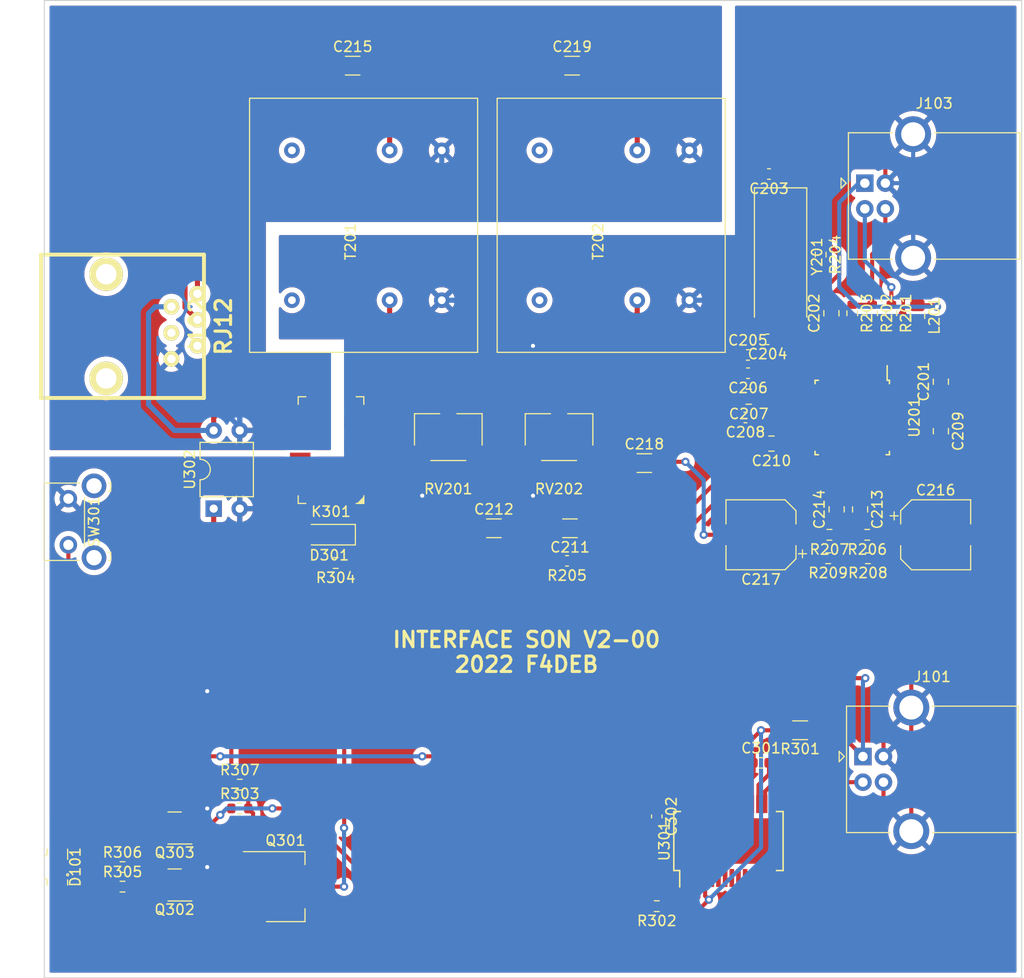
<source format=kicad_pcb>
(kicad_pcb (version 20211014) (generator pcbnew)
  (layers (0 "F.Cu" signal) (31 "B.Cu" signal) (34 "B.Paste" user) (35 "F.Paste" user) (36 "B.SilkS" user "B.Silkscreen") (37 "F.SilkS" user "F.Silkscreen") (38 "B.Mask" user) (39 "F.Mask" user) (44 "Edge.Cuts" user))
  (net 0 "")
  (net 1 "GND")
  (net 2 "Net-(C201-Pad2)")
  (net 3 "Net-(C202-Pad2)")
  (net 4 "Net-(C203-Pad1)")
  (net 5 "Net-(C204-Pad1)")
  (net 6 "Net-(C205-Pad2)")
  (net 7 "Net-(C206-Pad1)")
  (net 8 "Net-(C207-Pad1)")
  (net 9 "Net-(C208-Pad1)")
  (net 10 "Net-(C209-Pad2)")
  (net 11 "Net-(C210-Pad1)")
  (net 12 "Net-(C211-Pad1)")
  (net 13 "Net-(C211-Pad2)")
  (net 14 "Net-(C212-Pad1)")
  (net 15 "Net-(C213-Pad1)")
  (net 16 "Net-(C214-Pad2)")
  (net 17 "/IN")
  (net 18 "Net-(C215-Pad2)")
  (net 19 "Net-(C216-Pad1)")
  (net 20 "Net-(C216-Pad2)")
  (net 21 "Net-(C217-Pad1)")
  (net 22 "Net-(C217-Pad2)")
  (net 23 "Net-(C218-Pad1)")
  (net 24 "/OUT")
  (net 25 "Net-(C219-Pad2)")
  (net 26 "Net-(C301-Pad2)")
  (net 27 "VCC")
  (net 28 "/PTT/LED1")
  (net 29 "/PTT/LED2")
  (net 30 "Net-(D301-Pad1)")
  (net 31 "/PTT/D-")
  (net 32 "/PTT/D+")
  (net 34 "/PTT")
  (net 35 "GNDA")
  (net 37 "/Audio/VBUSA")
  (net 38 "/Audio/D-A")
  (net 39 "/Audio/D+A")
  (net 44 "Net-(Q301-Pad1)")
  (net 45 "Net-(Q301-Pad3)")
  (net 46 "Net-(Q302-Pad3)")
  (net 47 "Net-(Q303-Pad1)")
  (net 48 "Net-(Q303-Pad3)")
  (net 49 "Net-(R201-Pad2)")
  (net 50 "Net-(R202-Pad2)")
  (net 51 "Net-(R205-Pad1)")
  (net 52 "Net-(R304-Pad2)")
  (net 53 "Net-(R307-Pad1)")
  (net 54 "Net-(RV201-Pad2)")
  (net 58 "Net-(RV202-Pad2)")
  (footprint "Package_DIP:DIP-4_W7.62mm" (layer "F.Cu") (at 111.755 100.32 90)
    (fp_text reference "U302")
    (fp_text value "PC817")
  )
  (footprint "Resistor_SMD:R_0603_1608Metric" (layer "F.Cu") (at 177.8 81.28 -90)
    (fp_text reference "R201")
    (fp_text value "22")
  )
  (footprint "f4deb-mod-library:TRANSFO600" (layer "F.Cu") (at 158.115 80.01 90)
    (fp_text reference "T202")
    (fp_text value "TRANSO600")
  )
  (footprint "Capacitor_SMD:C_0603_1608Metric" (layer "F.Cu") (at 165.1 125.095)
    (fp_text reference "C301")
    (fp_text value "100n")
  )
  (footprint "Resistor_SMD:R_0603_1608Metric" (layer "F.Cu") (at 114.3 127.2225)
    (fp_text reference "R307")
    (fp_text value "1k")
  )
  (footprint "Capacitor_SMD:C_0805_2012Metric" (layer "F.Cu") (at 166.116 93.98 180)
    (fp_text reference "C210")
    (fp_text value "1µ")
  )
  (footprint "Capacitor_SMD:C_0805_2012Metric" (layer "F.Cu") (at 171.958 81.28 90)
    (fp_text reference "C202")
    (fp_text value "1µ")
  )
  (footprint "Capacitor_SMD:C_0805_2012Metric" (layer "F.Cu") (at 182.626 87.95 90)
    (fp_text reference "C201")
    (fp_text value "1µ")
  )
  (footprint "f4deb-mod-library:TRANSFO600" (layer "F.Cu") (at 133.985 80.01 90)
    (fp_text reference "T201")
    (fp_text value "TRANSO600")
  )
  (footprint "Capacitor_SMD:C_0603_1608Metric" (layer "F.Cu") (at 163.817 85.344)
    (fp_text reference "C205")
    (fp_text value "100p")
  )
  (footprint "Resistor_SMD:R_0603_1608Metric" (layer "F.Cu") (at 123.65 105.6225 180)
    (fp_text reference "R304")
    (fp_text value "330")
  )
  (footprint "Capacitor_SMD:C_0603_1608Metric" (layer "F.Cu") (at 165.735 83.82 180)
    (fp_text reference "C204")
    (fp_text value "27p")
  )
  (footprint "Potentiometer_SMD:Potentiometer_Bourns_3269W_Vertical" (layer "F.Cu") (at 145.415 93.345 180)
    (fp_text reference "RV202")
    (fp_text value "R-ADJ")
  )
  (footprint "Capacitor_SMD:C_0603_1608Metric" (layer "F.Cu") (at 163.576 91.44 180)
    (fp_text reference "C208")
    (fp_text value "100n")
  )
  (footprint "Capacitor_SMD:C_0805_2012Metric" (layer "F.Cu") (at 163.896 89.408 180)
    (fp_text reference "C207")
    (fp_text value "3µ3")
  )
  (footprint "Capacitor_SMD:C_1206_3216Metric" (layer "F.Cu") (at 146.48 102.235 180)
    (fp_text reference "C211")
    (fp_text value "0.22")
  )
  (footprint "Crystal:Crystal_SMD_HC49-SD" (layer "F.Cu") (at 167.005 75.76 -90)
    (fp_text reference "Y201")
    (fp_text value "6Mhz")
  )
  (footprint "Resistor_SMD:R_0603_1608Metric" (layer "F.Cu") (at 114.3 129.54)
    (fp_text reference "R303")
    (fp_text value "1k")
  )
  (footprint "Relay_SMD:Relay_2P2T_10x6mm_TE_IMxxG" (layer "F.Cu") (at 123.19 94.615 180)
    (fp_text reference "K301")
    (fp_text value "IM03")
  )
  (footprint "Capacitor_SMD:C_0603_1608Metric" (layer "F.Cu") (at 146.19 105.41 180)
    (fp_text reference "R205")
    (fp_text value "NC")
  )
  (footprint "LED_SMD:LED_LiteOn_LTST-S326" (layer "F.Cu") (at 96.52 135.255 180)
    (fp_text reference "D101")
    (fp_text value "LED_Dual_KKA")
  )
  (footprint "Button_Switch_THT:SW_SPST_Omron_B3F-315x_Angled" (layer "F.Cu") (at 97.595 103.850001 90)
    (fp_text reference "SW301")
    (fp_text value "PTT")
  )
  (footprint "Capacitor_SMD:C_0805_2012Metric" (layer "F.Cu") (at 182.626 92.776 -90)
    (fp_text reference "C209")
    (fp_text value "1µ")
  )
  (footprint "Package_TO_SOT_SMD:SOT-23" (layer "F.Cu") (at 107.95 136.9975 180)
    (fp_text reference "Q302")
    (fp_text value "BSS123")
  )
  (footprint "Resistor_SMD:R_0603_1608Metric" (layer "F.Cu") (at 102.87 137.16)
    (fp_text reference "R305")
    (fp_text value "1k")
  )
  (footprint "Resistor_SMD:R_0603_1608Metric" (layer "F.Cu") (at 175.9275 81.28 -90)
    (fp_text reference "R202")
    (fp_text value "22")
  )
  (footprint "Capacitor_SMD:C_0603_1608Metric" (layer "F.Cu") (at 165.87384 67.71 180)
    (fp_text reference "C203")
    (fp_text value "27p")
  )
  (footprint "Resistor_SMD:R_0603_1608Metric" (layer "F.Cu") (at 175.451 102.87 180)
    (fp_text reference "R206")
    (fp_text value "3k3")
  )
  (footprint "Capacitor_SMD:C_1206_3216Metric" (layer "F.Cu") (at 153.725 95.885)
    (fp_text reference "C218")
    (fp_text value "0.22")
  )
  (footprint "Connector_USB:USB_B_OST_USB-B1HSxx_Horizontal" (layer "F.Cu") (at 175.215 68.6)
    (fp_text reference "J103")
    (fp_text value "USB_B")
  )
  (footprint "Resistor_SMD:R_0603_1608Metric" (layer "F.Cu") (at 175.514 105.156 180)
    (fp_text reference "R208")
    (fp_text value "3k3")
  )
  (footprint "Resistor_SMD:R_1206_3216Metric" (layer "F.Cu") (at 168.91 121.92 180)
    (fp_text reference "R301")
    (fp_text value "0")
  )
  (footprint "f4deb-mod-library:RJ12" (layer "F.Cu") (at 110.1725 82.55 -90)
    (fp_text reference "J102")
    (fp_text value "RJ12")
  )
  (footprint "Package_SO:SSOP-28_5.3x10.2mm_P0.65mm" (layer "F.Cu") (at 161.925 132.715 90)
    (fp_text reference "U301")
    (fp_text value "FT232RL")
  )
  (footprint "Resistor_SMD:R_0603_1608Metric" (layer "F.Cu") (at 171.767 102.87 180)
    (fp_text reference "R207")
    (fp_text value "3k3")
  )
  (footprint "Resistor_SMD:R_0603_1608Metric" (layer "F.Cu") (at 173.99 81.28 -90)
    (fp_text reference "R203")
    (fp_text value "1k5")
  )
  (footprint "Capacitor_SMD:C_0805_2012Metric" (layer "F.Cu") (at 172.466 100.392 90)
    (fp_text reference "C214")
    (fp_text value "1µ")
  )
  (footprint "Resistor_SMD:R_0603_1608Metric" (layer "F.Cu") (at 171.641 105.156 180)
    (fp_text reference "R209")
    (fp_text value "3k3")
  )
  (footprint "Capacitor_SMD:C_0603_1608Metric" (layer "F.Cu") (at 163.83 87.122 180)
    (fp_text reference "C206")
    (fp_text value "100p")
  )
  (footprint "Capacitor_SMD:C_0805_2012Metric" (layer "F.Cu") (at 174.752 100.396 -90)
    (fp_text reference "C213")
    (fp_text value "1µ")
  )
  (footprint "Inductor_SMD:L_0805_2012Metric_Pad1.15x1.40mm_HandSolder" (layer "F.Cu") (at 180.34 81.525 -90)
    (fp_text reference "L201")
    (fp_text value "1µH")
  )
  (footprint "Package_TO_SOT_SMD:SOT-223" (layer "F.Cu") (at 118.745 137.16)
    (fp_text reference "Q301")
    (fp_text value "BCP69")
  )
  (footprint "Package_TO_SOT_SMD:SOT-23" (layer "F.Cu") (at 107.95 131.445 180)
    (fp_text reference "Q303")
    (fp_text value "BSS123")
  )
  (footprint "Capacitor_SMD:CP_Elec_6.3x5.9" (layer "F.Cu") (at 182.118 102.87)
    (fp_text reference "C216")
    (fp_text value "100µ")
  )
  (footprint "Package_QFP:TQFP-32_7x7mm_P0.8mm" (layer "F.Cu") (at 173.99 91.44 -90)
    (fp_text reference "U201")
    (fp_text value "PCM2912A")
  )
  (footprint "Resistor_SMD:R_0603_1608Metric" (layer "F.Cu") (at 154.94 139.065 180)
    (fp_text reference "R302")
    (fp_text value "100k")
  )
  (footprint "Capacitor_SMD:C_1206_3216Metric" (layer "F.Cu") (at 125.3 57.15)
    (fp_text reference "C215")
    (fp_text value "0.22")
  )
  (footprint "Potentiometer_SMD:Potentiometer_Bourns_3269W_Vertical" (layer "F.Cu") (at 134.62 93.345 180)
    (fp_text reference "RV201")
    (fp_text value "R-Adj")
  )
  (footprint "Connector_USB:USB_B_OST_USB-B1HSxx_Horizontal" (layer "F.Cu") (at 175.0325 124.48)
    (fp_text reference "J101")
    (fp_text value "USB_B")
  )
  (footprint "Capacitor_SMD:C_1206_3216Metric" (layer "F.Cu") (at 139.065 102.235)
    (fp_text reference "C212")
    (fp_text value "0.22")
  )
  (footprint "Resistor_SMD:R_0603_1608Metric" (layer "F.Cu") (at 102.87 135.255)
    (fp_text reference "R306")
    (fp_text value "1k")
  )
  (footprint "Capacitor_SMD:C_0603_1608Metric" (layer "F.Cu") (at 154.94 130.315 -90)
    (fp_text reference "C302")
    (fp_text value "10n")
  )
  (footprint "Diode_SMD:D_MiniMELF" (layer "F.Cu") (at 123.015 102.86 180)
    (fp_text reference "D301")
    (fp_text value "LL4148")
  )
  (footprint "Capacitor_SMD:C_1206_3216Metric" (layer "F.Cu") (at 146.685 57.15)
    (fp_text reference "C219")
    (fp_text value "0.22")
  )
  (footprint "Capacitor_SMD:CP_Elec_6.3x5.9" (layer "F.Cu") (at 165.094 102.87 180)
    (fp_text reference "C217")
    (fp_text value "100µ")
  )
  (footprint "Resistor_SMD:R_0603_1608Metric" (layer "F.Cu") (at 170.91 75.565 -90)
    (fp_text reference "R204")
    (fp_text value "1M")
  )
  (gr_line (start 95.25 146.05) (end 95.25 50.8) (layer "Edge.Cuts") (width 0.1))
  (gr_line (start 190.5 50.8) (end 190.5 146.05) (layer "Edge.Cuts") (width 0.1))
  (gr_line (start 190.5 146.05) (end 95.25 146.05) (layer "Edge.Cuts") (width 0.1))
  (gr_line (start 95.25 50.8) (end 190.5 50.8) (layer "Edge.Cuts") (width 0.1))
  (gr_text "INTERFACE SON V2-00\n2022 F4DEB" (at 142.24 114.3) (layer "F.SilkS") (effects (font (size 1.5 1.5) (thickness 0.3))))
  (segment (start 164.14 131.135) (end 164.2 131.075) (width 0.4) (layer "F.Cu") (net 1))
  (segment (start 173.59 95.69) (end 173.59 91.878) (width 0.4) (layer "F.Cu") (net 1))
  (segment (start 164.2 125.995) (end 164.2 129.115) (width 0.4) (layer "F.Cu") (net 1))
  (segment (start 106.045 103.505) (end 106.045 113.03) (width 0.5) (layer "F.Cu") (net 1))
  (segment (start 179.7425 119.71) (end 177.5325 121.92) (width 0.4) (layer "F.Cu") (net 1))
  (segment (start 172.466 102.996) (end 172.592 102.87) (width 0.4) (layer "F.Cu") (net 1))
  (segment (start 176.79 87.19) (end 176.79 88.386) (width 0.4) (layer "F.Cu") (net 1))
  (segment (start 106.045 103.505) (end 106.045 108.585) (width 0.5) (layer "F.Cu") (net 1))
  (segment (start 175.895 65.405) (end 166.37 65.405) (width 0.4) (layer "F.Cu") (net 1))
  (segment (start 154.115 139.065) (end 154.115 134.175) (width 0.4) (layer "F.Cu") (net 1))
  (segment (start 110.17 130.495) (end 111.125 129.54) (width 0.4) (layer "F.Cu") (net 1))
  (segment (start 159.65 126.1) (end 160.345 125.405) (width 0.4) (layer "F.Cu") (net 1))
  (segment (start 158.115 80.01) (end 164.82 80.01) (width 0.4) (layer "F.Cu") (net 1))
  (segment (start 164.96 80.15) (end 164.96 67.84884) (width 0.4) (layer "F.Cu") (net 1))
  (segment (start 177.0325 124.48) (end 177.0325 122.4225) (width 0.4) (layer "F.Cu") (net 1))
  (segment (start 162.801 91.44) (end 162.801 93.205) (width 0.4) (layer "F.Cu") (net 1))
  (segment (start 172.466 105.156) (end 172.466 109.728) (width 0.4) (layer "F.Cu") (net 1))
  (segment (start 173.628 91.84) (end 176.638 91.84) (width 0.4) (layer "F.Cu") (net 1))
  (segment (start 162.25 125.405) (end 162.25 129.115) (width 0.4) (layer "F.Cu") (net 1))
  (segment (start 110.3325 136.0475) (end 111.125 135.255) (width 0.4) (layer "F.Cu") (net 1))
  (segment (start 169.74 91.84) (end 172.828 91.84) (width 0.4) (layer "F.Cu") (net 1))
  (segment (start 176.638 91.84) (end 178.24 91.84) (width 0.4) (layer "F.Cu") (net 1))
  (segment (start 171.958 83.566) (end 172.79 84.398) (width 0.4) (layer "F.Cu") (net 1))
  (segment (start 174.752 101.346) (end 174.752 102.744) (width 0.4) (layer "F.Cu") (net 1))
  (segment (start 173.59 91.878) (end 173.628 91.84) (width 0.4) (layer "F.Cu") (net 1))
  (segment (start 174.626 102.87) (end 174.626 105.093) (width 0.4) (layer "F.Cu") (net 1))
  (segment (start 172.828 91.84) (end 173.628 91.84) (width 0.4) (layer "F.Cu") (net 1))
  (segment (start 174.752 102.744) (end 174.626 102.87) (width 0.4) (layer "F.Cu") (net 1))
  (segment (start 164.96 67.84884) (end 165.09884 67.71) (width 0.4) (layer "F.Cu") (net 1))
  (segment (start 162.801 93.205) (end 163.576 93.98) (width 0.4) (layer "F.Cu") (net 1))
  (segment (start 154.94 132.73) (end 155.25 133.04) (width 0.4) (layer "F.Cu") (net 1))
  (segment (start 114.295 98.42) (end 114.29 98.415) (width 0.5) (layer "F.Cu") (net 1))
  (segment (start 182.612 91.84) (end 182.626 91.826) (width 0.4) (layer "F.Cu") (net 1))
  (segment (start 162.25 129.115) (end 162.25 131.12) (width 0.4) (layer "F.Cu") (net 1))
  (segment (start 155.25 133.04) (end 161.6 133.04) (width 0.4) (layer "F.Cu") (net 1))
  (segment (start 164.2 129.115) (end 164.2 131.075) (width 0.4) (layer "F.Cu") (net 1))
  (segment (start 154.94 131.09) (end 154.94 132.73) (width 0.4) (layer "F.Cu") (net 1))
  (segment (start 176.79 88.386) (end 175.514 89.662) (width 0.4) (layer "F.Cu") (net 1))
  (segment (start 114.29 98.415) (end 120.19 98.415) (width 0.5) (layer "F.Cu") (net 1))
  (segment (start 108.595 98.415) (end 114.29 98.415) (width 0.5) (layer "F.Cu") (net 1))
  (segment (start 163.055 87.122) (end 163.055 89.299) (width 0.4) (layer "F.Cu") (net 1))
  (segment (start 106.045 100.965) (end 106.045 103.505) (width 0.5) (layer "F.Cu") (net 1))
  (segment (start 108.8875 136.0475) (end 110.3325 136.0475) (width 0.4) (layer "F.Cu") (net 1))
  (segment (start 176.638 93.834) (end 176.638 91.84) (width 0.4) (layer "F.Cu") (net 1))
  (segment (start 160.345 125.405) (end 162.25 125.405) (width 0.4) (layer "F.Cu") (net 1))
  (segment (start 177.044 94.24) (end 176.638 93.834) (width 0.4) (layer "F.Cu") (net 1))
  (segment (start 132.08 95.76) (end 130.3 95.76) (width 0.5) (layer "F.Cu") (net 1))
  (segment (start 120.19 101.785) (end 121.265 102.86) (width 0.5) (layer "F.Cu") (net 1))
  (segment (start 121.93 98.415) (end 123.19 97.155) (width 0.5) (layer "F.Cu") (net 1))
  (segment (start 172.86 89.662) (end 172.79 89.592) (width 0.4) (layer "F.Cu") (net 1))
  (segment (start 172.466 101.342) (end 173.732 101.342) (width 0.4) (layer "F.Cu") (net 1))
  (segment (start 162.946 91.295) (end 162.801 91.44) (width 0.4) (layer "F.Cu") (net 1))
  (segment (start 114.295 100.32) (end 114.295 98.42) (width 0.5) (layer "F.Cu") (net 1))
  (segment (start 165.735 118.745) (end 162.25 122.23) (width 0.4) (layer "F.Cu") (net 1))
  (segment (start 177.215 68.6) (end 177.215 66.725) (width 0.4) (layer "F.Cu") (net 1))
  (segment (start 166.37 65.405) (end 165.09884 66.67616) (width 0.4) (layer "F.Cu") (net 1))
  (segment (start 178.24 91.84) (end 182.612 91.84) (width 0.4) (layer "F.Cu") (net 1))
  (segment (start 120.19 98.415) (end 120.19 101.785) (width 0.5) (layer "F.Cu") (net 1))
  (segment (start 164.96 83.82) (end 164.96 80.15) (width 0.4) (layer "F.Cu") (net 1))
  (segment (start 123.19 97.155) (end 128.905 97.155) (width 0.5) (layer "F.Cu") (net 1))
  (segment (start 174.626 105.093) (end 174.689 105.156) (width 0.4) (layer "F.Cu") (net 1))
  (segment (start 163.055 89.299) (end 162.946 89.408) (width 0.4) (layer "F.Cu") (net 1))
  (segment (start 163.042 85.344) (end 163.042 87.109) (width 0.4) (layer "F.Cu") (net 1))
  (segment (start 164.82 80.01) (end 164.96 80.15) (width 0.4) (layer "F.Cu") (net 1))
  (segment (start 177.0325 122.4225) (end 176.53 121.92) (width 0.4) (layer "F.Cu") (net 1))
  (segment (start 172.466 109.728) (end 179.7425 117.0045) (width 0.4) (layer "F.Cu") (net 1))
  (segment (start 108.8875 130.495) (end 110.17 130.495) (width 0.4) (layer "F.Cu") (net 1))
  (segment (start 162.25 122.23) (end 162.25 125.405) (width 0.4) (layer "F.Cu") (net 1))
  (segment (start 161.15 80.01) (end 158.115 80.01) (width 0.4) (layer "F.Cu") (net 1))
  (segment (start 154.115 134.175) (end 155.25 133.04) (width 0.4) (layer "F.Cu") (net 1))
  (segment (start 162.25 132.39) (end 161.925 132.715) (width 0.4) (layer "F.Cu") (net 1))
  (segment (start 106.045 100.965) (end 108.595 98.415) (width 0.5) (layer "F.Cu") (net 1))
  (segment (start 173.59 100.222) (end 173.59 101.2) (width 0.4) (layer "F.Cu") (net 1))
  (segment (start 120.19 98.415) (end 121.93 98.415) (width 0.5) (layer "F.Cu") (net 1))
  (segment (start 132.08 95.76) (end 132.08 99.06) (width 0.5) (layer "F.Cu") (net 1))
  (segment (start 97.595 99.350001) (end 99.209999 100.965) (width 0.5) (layer "F.Cu") (net 1))
  (segment (start 172.79 89.592) (end 172.79 91.802) (width 0.4) (layer "F.Cu") (net 1))
  (segment (start 173.59 100.222) (end 173.59 100.75) (width 0.4) (layer "F.Cu") (net 1))
  (segment (start 172.79 91.802) (end 172.828 91.84) (width 0.4) (layer "F.Cu") (net 1))
  (segment (start 162.25 131.12) (end 162.25 131.135) (width 0.4) (layer "F.Cu") (net 1))
  (segment (start 179.7425 117.0045) (end 179.7425 119.71) (width 0.4) (layer "F.Cu") (net 1))
  (segment (start 163.576 93.98) (end 165.166 93.98) (width 0.4) (layer "F.Cu") (net 1))
  (segment (start 164.325 125.095) (end 164.325 125.87) (width 0.4) (layer "F.Cu") (net 1))
  (segment (start 179.7425 131.75) (end 179.7425 119.71) (width 0.4) (layer "F.Cu") (net 1))
  (segment (start 162.946 89.408) (end 162.946 91.295) (width 0.4) (layer "F.Cu") (net 1))
  (segment (start 166.732 91.84) (end 165.166 93.406) (width 0.4) (layer "F.Cu") (net 1))
  (segment (start 142.875 95.76) (end 142.875 84.455) (width 0.5) (layer "F.Cu") (net 1))
  (segment (start 159.65 129.115) (end 159.65 126.1) (width 0.4) (layer "F.Cu") (net 1))
  (segment (start 182.626 91.826) (end 182.626 88.9) (width 0.4) (layer "F.Cu") (net 1))
  (segment (start 172.466 102.744) (end 172.592 102.87) (width 0.4) (layer "F.Cu") (net 1))
  (segment (start 161.6 133.04) (end 161.925 132.715) (width 0.4) (layer "F.Cu") (net 1))
  (segment (start 173.732 101.342) (end 174.748 101.342) (width 0.4) (layer "F.Cu") (net 1))
  (segment (start 172.79 87.19) (end 172.79 89.592) (width 0.4) (layer "F.Cu") (net 1))
  (segment (start 174.748 101.342) (end 174.752 101.346) (width 0.4) (layer "F.Cu") (net 1))
  (segment (start 172.466 105.156) (end 172.466 102.996) (width 0.4) (layer "F.Cu") (net 1))
  (segment (start 130.3 95.76) (end 128.905 97.155) (width 0.5) (layer "F.Cu") (net 1))
  (segment (start 177.5325 121.92) (end 176.53 121.92) (width 0.4) (layer "F.Cu") (net 1))
  (segment (start 106.045 113.03) (end 111.125 118.11) (width 0.5) (layer "F.Cu") (net 1))
  (segment (start 175.514 89.662) (end 172.86 89.662) (width 0.4) (layer "F.Cu") (net 1))
  (segment (start 172.79 84.398) (end 172.79 87.19) (width 0.4) (layer "F.Cu") (net 1))
  (segment (start 177.215 66.725) (end 175.895 65.405) (width 0.4) (layer "F.Cu") (net 1))
  (segment (start 173.59 95.69) (end 173.59 100.222) (width 0.4) (layer "F.Cu") (net 1))
  (segment (start 171.958 82.23) (end 171.958 83.566) (width 0.4) (layer "F.Cu") (net 1))
  (segment (start 162.25 131.12) (end 162.25 132.39) (width 0.4) (layer "F.Cu") (net 1))
  (segment (start 161.6 136.315) (end 161.6 133.04) (width 0.4) (layer "F.Cu") (net 1))
  (segment (start 164.96 83.82) (end 163.576 83.82) (width 0.4) (layer "F.Cu") (net 1))
  (segment (start 164.325 125.87) (end 164.2 125.995) (width 0.4) (layer "F.Cu") (net 1))
  (segment (start 165.166 93.406) (end 165.166 93.98) (width 0.4) (layer "F.Cu") (net 1))
  (segment (start 173.355 118.745) (end 165.735 118.745) (width 0.4) (layer "F.Cu") (net 1))
  (segment (start 165.09884 66.67616) (end 165.09884 67.71) (width 0.4) (layer "F.Cu") (net 1))
  (segment (start 163.042 87.109) (end 163.055 87.122) (width 0.4) (layer "F.Cu") (net 1))
  (segment (start 163.576 83.82) (end 163.042 84.354) (width 0.4) (layer "F.Cu") (net 1))
  (segment (start 162.25 131.135) (end 164.14 131.135) (width 0.4) (layer "F.Cu") (net 1))
  (segment (start 142.875 99.06) (end 142.875 95.76) (width 0.5) (layer "F.Cu") (net 1))
  (segment (start 169.74 91.84) (end 166.732 91.84) (width 0.4) (layer "F.Cu") (net 1))
  (segment (start 163.042 84.354) (end 163.042 85.344) (width 0.4) (layer "F.Cu") (net 1))
  (segment (start 178.24 94.24) (end 177.044 94.24) (width 0.4) (layer "F.Cu") (net 1))
  (segment (start 99.209999 100.965) (end 106.045 100.965) (width 0.5) (layer "F.Cu") (net 1))
  (segment (start 176.53 121.92) (end 173.355 118.745) (width 0.4) (layer "F.Cu") (net 1))
  (segment (start 117.485 98.415) (end 120.19 98.415) (width 0.5) (layer "F.Cu") (net 1))
  (segment (start 172.466 101.342) (end 172.466 102.744) (width 0.4) (layer "F.Cu") (net 1))
  (via (at 111.125 118.11) (size 0.8) (drill 0.4) (layers "F.Cu" "B.Cu") (net 1))
  (via (at 111.125 135.255) (size 0.8) (drill 0.4) (layers "F.Cu" "B.Cu") (net 1))
  (via (at 132.08 99.06) (size 0.8) (drill 0.4) (layers "F.Cu" "B.Cu") (net 1))
  (via (at 142.875 84.455) (size 0.8) (drill 0.4) (layers "F.Cu" "B.Cu") (net 1))
  (via (at 142.875 99.06) (size 0.8) (drill 0.4) (layers "F.Cu" "B.Cu") (net 1))
  (via (at 111.125 129.54) (size 0.8) (drill 0.4) (layers "F.Cu" "B.Cu") (net 1))
  (segment (start 139.7 84.455) (end 153.67 84.455) (width 0.5) (layer "B.Cu") (net 1))
  (segment (start 162.56 80.01) (end 158.115 80.01) (width 0.5) (layer "B.Cu") (net 1))
  (segment (start 111.125 129.54) (end 111.125 118.11) (width 0.4) (layer "B.Cu") (net 1))
  (segment (start 153.67 84.455) (end 158.115 80.01) (width 0.5) (layer "B.Cu") (net 1))
  (segment (start 162.56 80.01) (end 165.735 80.01) (width 0.5) (layer "B.Cu") (net 1))
  (segment (start 179.925 75.87) (end 179.925 68.8) (width 0.4) (layer "B.Cu") (net 1))
  (segment (start 179.925 68.8) (end 179.725 68.6) (width 0.4) (layer "B.Cu") (net 1))
  (segment (start 166.37 79.375) (end 169.875 75.87) (width 0.5) (layer "B.Cu") (net 1))
  (segment (start 111.125 135.255) (end 111.125 129.54) (width 0.4) (layer "B.Cu") (net 1))
  (segment (start 132.08 99.06) (end 142.875 99.06) (width 0.5) (layer "B.Cu") (net 1))
  (segment (start 133.985 80.01) (end 135.255 80.01) (width 0.5) (layer "B.Cu") (net 1))
  (segment (start 135.255 80.01) (end 139.7 84.455) (width 0.5) (layer "B.Cu") (net 1))
  (segment (start 165.735 80.01) (end 166.37 79.375) (width 0.5) (layer "B.Cu") (net 1))
  (segment (start 179.725 68.6) (end 177.215 68.6) (width 0.4) (layer "B.Cu") (net 1))
  (segment (start 179.925 63.83) (end 179.925 75.87) (width 0.4) (layer "B.Cu") (net 1))
  (segment (start 177.8 83.82) (end 179.705 83.82) (width 0.4) (layer "F.Cu") (net 2))
  (segment (start 182.626 87) (end 182.626 86.614) (width 0.4) (layer "F.Cu") (net 2))
  (segment (start 175.99 85.63) (end 177.8 83.82) (width 0.4) (layer "F.Cu") (net 2))
  (segment (start 175.99 87.19) (end 175.99 85.63) (width 0.4) (layer "F.Cu") (net 2))
  (segment (start 179.7685 83.7565) (end 180.34 83.185) (width 0.4) (layer "F.Cu") (net 2))
  (segment (start 179.705 83.82) (end 179.7685 83.7565) (width 0.4) (layer "F.Cu") (net 2))
  (segment (start 180.34 83.185) (end 180.34 82.55) (width 0.4) (layer "F.Cu") (net 2))
  (segment (start 182.626 86.614) (end 179.7685 83.7565) (width 0.4) (layer "F.Cu") (net 2))
  (segment (start 173.59 87.19) (end 173.59 83.585) (width 0.4) (layer "F.Cu") (net 3))
  (segment (start 172.215 80.33) (end 173.99 82.105) (width 0.4) (layer "F.Cu") (net 3))
  (segment (start 173.99 82.105) (end 173.99 83.185) (width 0.4) (layer "F.Cu") (net 3))
  (segment (start 171.958 80.33) (end 172.215 80.33) (width 0.4) (layer "F.Cu") (net 3))
  (segment (start 173.59 83.585) (end 173.99 83.185) (width 0.4) (layer "F.Cu") (net 3))
  (segment (start 171.99 84.868) (end 170.434 83.312) (width 0.4) (layer "F.Cu") (net 4))
  (segment (start 172.72 75.565) (end 171.895 74.74) (width 0.4) (layer "F.Cu") (net 4))
  (segment (start 168.665 71.51) (end 167.005 71.51) (width 0.4) (layer "F.Cu") (net 4))
  (segment (start 170.434 83.312) (end 170.434 79.756) (width 0.4) (layer "F.Cu") (net 4))
  (segment (start 167.005 71.51) (end 167.005 68.06616) (width 0.4) (layer "F.Cu") (net 4))
  (segment (start 167.005 68.06616) (end 166.64884 67.71) (width 0.4) (layer "F.Cu") (net 4))
  (segment (start 170.91 74.74) (end 170.91 73.755) (width 0.4) (layer "F.Cu") (net 4))
  (segment (start 171.895 74.74) (end 170.91 74.74) (width 0.4) (layer "F.Cu") (net 4))
  (segment (start 170.434 79.756) (end 172.72 77.47) (width 0.4) (layer "F.Cu") (net 4))
  (segment (start 170.91 73.755) (end 168.665 71.51) (width 0.4) (layer "F.Cu") (net 4))
  (segment (start 172.72 77.47) (end 172.72 75.565) (width 0.4) (layer "F.Cu") (net 4))
  (segment (start 171.99 87.19) (end 171.99 84.868) (width 0.4) (layer "F.Cu") (net 4))
  (segment (start 171.19 87.19) (end 171.19 86.1) (width 0.4) (layer "F.Cu") (net 5))
  (segment (start 168.91 83.82) (end 166.51 83.82) (width 0.4) (layer "F.Cu") (net 5))
  (segment (start 170.625 76.39) (end 170.91 76.39) (width 0.4) (layer "F.Cu") (net 5))
  (segment (start 167.005 80.01) (end 170.625 76.39) (width 0.4) (layer "F.Cu") (net 5))
  (segment (start 171.19 86.1) (end 168.91 83.82) (width 0.4) (layer "F.Cu") (net 5))
  (segment (start 167.005 80.01) (end 167.005 83.325) (width 0.4) (layer "F.Cu") (net 5))
  (segment (start 167.005 83.325) (end 166.51 83.82) (width 0.4) (layer "F.Cu") (net 5))
  (segment (start 165.1 85.344) (end 164.592 85.344) (width 0.4) (layer "F.Cu") (net 6))
  (segment (start 168.396 88.64) (end 165.1 85.344) (width 0.4) (layer "F.Cu") (net 6))
  (segment (start 169.74 88.64) (end 168.396 88.64) (width 0.4) (layer "F.Cu") (net 6))
  (segment (start 169.74 89.44) (end 166.923 89.44) (width 0.4) (layer "F.Cu") (net 7))
  (segment (start 166.923 89.44) (end 164.605 87.122) (width 0.4) (layer "F.Cu") (net 7))
  (segment (start 169.74 90.24) (end 165.678 90.24) (width 0.4) (layer "F.Cu") (net 8))
  (segment (start 165.678 90.24) (end 164.846 89.408) (width 0.4) (layer "F.Cu") (net 8))
  (segment (start 169.74 91.04) (end 166.262 91.04) (width 0.4) (layer "F.Cu") (net 9))
  (segment (start 165.862 91.44) (end 164.351 91.44) (width 0.4) (layer "F.Cu") (net 9))
  (segment (start 166.262 91.04) (end 165.862 91.44) (width 0.4) (layer "F.Cu") (net 9))
  (segment (start 180.34 92.964) (end 180.34 93.726) (width 0.4) (layer "F.Cu") (net 10))
  (segment (start 178.24 92.64) (end 180.016 92.64) (width 0.4) (layer "F.Cu") (net 10))
  (segment (start 176.79 95.69) (end 176.79 97.276) (width 0.4) (layer "F.Cu") (net 10))
  (segment (start 176.79 97.276) (end 176.53 97.536) (width 0.4) (layer "F.Cu") (net 10))
  (segment (start 180.34 96.52) (end 179.324 97.536) (width 0.4) (layer "F.Cu") (net 10))
  (segment (start 180.016 92.64) (end 180.34 92.964) (width 0.4) (layer "F.Cu") (net 10))
  (segment (start 179.324 97.536) (end 176.53 97.536) (width 0.4) (layer "F.Cu") (net 10))
  (segment (start 182.626 93.726) (end 180.34 93.726) (width 0.4) (layer "F.Cu") (net 10))
  (segment (start 176.53 97.536) (end 175.99 96.996) (width 0.4) (layer "F.Cu") (net 10))
  (segment (start 178.24 93.44) (end 179.864 93.44) (width 0.4) (layer "F.Cu") (net 10))
  (segment (start 175.99 96.996) (end 175.99 95.69) (width 0.4) (layer "F.Cu") (net 10))
  (segment (start 179.864 93.44) (end 180.34 92.964) (width 0.4) (layer "F.Cu") (net 10))
  (segment (start 180.34 93.726) (end 180.34 96.52) (width 0.4) (layer "F.Cu") (net 10))
  (segment (start 169.74 93.44) (end 167.606 93.44) (width 0.4) (layer "F.Cu") (net 11))
  (segment (start 167.606 93.44) (end 167.066 93.98) (width 0.4) (layer "F.Cu") (net 11))
  (segment (start 169.74 94.24) (end 168.904 94.24) (width 0.4) (layer "F.Cu") (net 12))
  (segment (start 156.21 102.235) (end 147.955 102.235) (width 0.4) (layer "F.Cu") (net 12))
  (segment (start 166.9415 96.2025) (end 162.2425 96.2025) (width 0.4) (layer "F.Cu") (net 12))
  (segment (start 168.904 94.24) (end 166.9415 96.2025) (width 0.4) (layer "F.Cu") (net 12))
  (segment (start 162.2425 96.2025) (end 156.21 102.235) (width 0.4) (layer "F.Cu") (net 12))
  (segment (start 145.005 102.235) (end 145.005 105) (width 0.4) (layer "F.Cu") (net 13))
  (segment (start 145.005 102.235) (end 140.54 102.235) (width 0.4) (layer "F.Cu") (net 13))
  (segment (start 145.005 105) (end 145.415 105.41) (width 0.4) (layer "F.Cu") (net 13))
  (segment (start 137.16 95.76) (end 137.16 101.805) (width 0.4) (layer "F.Cu") (net 14))
  (segment (start 137.16 101.805) (end 137.59 102.235) (width 0.4) (layer "F.Cu") (net 14))
  (segment (start 174.752 99.446) (end 174.752 98.552) (width 0.4) (layer "F.Cu") (net 15))
  (segment (start 174.752 98.552) (end 174.39 98.19) (width 0.4) (layer "F.Cu") (net 15))
  (segment (start 174.39 95.69) (end 174.39 98.19) (width 0.4) (layer "F.Cu") (net 15))
  (segment (start 172.466 98.679) (end 172.79 98.355) (width 0.4) (layer "F.Cu") (net 16))
  (segment (start 172.466 99.442) (end 172.466 98.679) (width 0.4) (layer "F.Cu") (net 16))
  (segment (start 172.79 95.69) (end 172.79 98.355) (width 0.4) (layer "F.Cu") (net 16))
  (segment (start 119.38 57.15) (end 123.825 57.15) (width 0.5) (layer "F.Cu") (net 17))
  (segment (start 119.38 57.15) (end 110.1725 66.3575) (width 0.5) (layer "F.Cu") (net 17))
  (segment (start 110.1725 66.3575) (end 110.1725 79.375) (width 0.5) (layer "F.Cu") (net 17))
  (segment (start 128.905 59.28) (end 126.775 57.15) (width 0.5) (layer "F.Cu") (net 18))
  (segment (start 128.905 65.405) (end 128.905 59.28) (width 0.5) (layer "F.Cu") (net 18))
  (segment (start 176.276 98.806) (end 175.19 97.72) (width 0.4) (layer "F.Cu") (net 19))
  (segment (start 176.276 102.87) (end 179.318 102.87) (width 0.4) (layer "F.Cu") (net 19))
  (segment (start 175.19 97.72) (end 175.19 95.69) (width 0.4) (layer "F.Cu") (net 19))
  (segment (start 176.276 102.87) (end 176.276 98.806) (width 0.4) (layer "F.Cu") (net 19))
  (segment (start 176.339 105.156) (end 183.896 105.156) (width 0.4) (layer "F.Cu") (net 20))
  (segment (start 183.896 105.156) (end 184.918 104.134) (width 0.4) (layer "F.Cu") (net 20))
  (segment (start 184.918 104.134) (end 184.918 102.87) (width 0.4) (layer "F.Cu") (net 20))
  (segment (start 170.942 98.806) (end 170.942 102.87) (width 0.4) (layer "F.Cu") (net 21))
  (segment (start 167.894 102.87) (end 170.942 102.87) (width 0.4) (layer "F.Cu") (net 21))
  (segment (start 171.99 95.69) (end 171.99 97.758) (width 0.4) (layer "F.Cu") (net 21))
  (segment (start 171.99 97.758) (end 170.942 98.806) (width 0.4) (layer "F.Cu") (net 21))
  (segment (start 170.816 105.156) (end 163.322 105.156) (width 0.4) (layer "F.Cu") (net 22))
  (segment (start 163.322 105.156) (end 162.294 104.128) (width 0.4) (layer "F.Cu") (net 22))
  (segment (start 162.294 102.87) (end 159.512 102.87) (width 0.4) (layer "F.Cu") (net 22))
  (segment (start 157.734 95.758) (end 155.327 95.758) (width 0.4) (layer "F.Cu") (net 22))
  (segment (start 162.294 104.128) (end 162.294 102.87) (width 0.4) (layer "F.Cu") (net 22))
  (segment (start 155.327 95.758) (end 155.2 95.885) (width 0.4) (layer "F.Cu") (net 22))
  (via (at 157.734 95.758) (size 0.8) (drill 0.4) (layers "F.Cu" "B.Cu") (net 22))
  (via (at 159.512 102.87) (size 0.8) (drill 0.4) (layers "F.Cu" "B.Cu") (net 22))
  (segment (start 159.512 97.536) (end 157.734 95.758) (width 0.4) (layer "B.Cu") (net 22))
  (segment (start 159.512 102.87) (end 159.512 97.536) (width 0.4) (layer "B.Cu") (net 22))
  (segment (start 152.125 95.76) (end 152.25 95.885) (width 0.4) (layer "F.Cu") (net 23))
  (segment (start 147.955 95.76) (end 152.125 95.76) (width 0.4) (layer "F.Cu") (net 23))
  (segment (start 133.35 53.975) (end 118.745 53.975) (width 0.5) (layer "F.Cu") (net 24))
  (segment (start 136.525 57.15) (end 145.21 57.15) (width 0.5) (layer "F.Cu") (net 24))
  (segment (start 136.525 57.15) (end 133.35 53.975) (width 0.5) (layer "F.Cu") (net 24))
  (segment (start 118.745 53.975) (end 108.9605 63.7595) (width 0.5) (layer "F.Cu") (net 24))
  (segment (start 108.9605 63.7595) (end 108.9605 80.703) (width 0.5) (layer "F.Cu") (net 24))
  (segment (start 108.9605 80.703) (end 110.1725 81.915) (width 0.5) (layer "F.Cu") (net 24))
  (segment (start 153.035 62.025) (end 148.16 57.15) (width 0.5) (layer "F.Cu") (net 25))
  (segment (start 153.035 65.405) (end 153.035 62.025) (width 0.5) (layer "F.Cu") (net 25))
  (segment (start 165.875 126.225) (end 164.85 127.25) (width 0.4) (layer "F.Cu") (net 26))
  (segment (start 165.875 125.095) (end 165.875 126.225) (width 0.4) (layer "F.Cu") (net 26))
  (segment (start 164.85 127.25) (end 164.85 129.115) (width 0.4) (layer "F.Cu") (net 26))
  (segment (start 156.845 124.46) (end 162.56 118.745) (width 0.4) (layer "F.Cu") (net 27))
  (segment (start 170.3725 121.92) (end 172.4725 121.92) (width 0.4) (layer "F.Cu") (net 27))
  (segment (start 154.94 129.54) (end 154.94 124.46) (width 0.4) (layer "F.Cu") (net 27))
  (segment (start 96.52 130.81) (end 102.87 124.46) (width 0.4) (layer "F.Cu") (net 27))
  (segment (start 102.87 124.46) (end 112.395 124.46) (width 0.4) (layer "F.Cu") (net 27))
  (segment (start 96.52 133.88) (end 96.52 130.81) (width 0.4) (layer "F.Cu") (net 27))
  (segment (start 154.94 124.46) (end 156.845 124.46) (width 0.4) (layer "F.Cu") (net 27))
  (segment (start 162.56 118.745) (end 164.465 116.84) (width 0.4) (layer "F.Cu") (net 27))
  (segment (start 164.465 116.84) (end 175.26 116.84) (width 0.4) (layer "F.Cu") (net 27))
  (segment (start 132.08 124.46) (end 154.94 124.46) (width 0.4) (layer "F.Cu") (net 27))
  (segment (start 172.4725 121.92) (end 175.0325 124.48) (width 0.4) (layer "F.Cu") (net 27))
  (via (at 175.26 116.84) (size 0.8) (drill 0.4) (layers "F.Cu" "B.Cu") (net 27))
  (via (at 132.08 124.46) (size 0.8) (drill 0.4) (layers "F.Cu" "B.Cu") (net 27))
  (via (at 112.395 124.46) (size 0.8) (drill 0.4) (layers "F.Cu" "B.Cu") (net 27))
  (segment (start 112.395 124.46) (end 132.08 124.46) (width 0.4) (layer "B.Cu") (net 27))
  (segment (start 175.0325 117.0675) (end 175.0325 124.48) (width 0.4) (layer "B.Cu") (net 27))
  (segment (start 175.26 116.84) (end 175.0325 117.0675) (width 0.4) (layer "B.Cu") (net 27))
  (segment (start 99.06 137.16) (end 98.53 136.63) (width 0.4) (layer "F.Cu") (net 28))
  (segment (start 98.53 136.63) (end 96.52 136.63) (width 0.4) (layer "F.Cu") (net 28))
  (segment (start 102.045 137.16) (end 99.06 137.16) (width 0.4) (layer "F.Cu") (net 28))
  (segment (start 97.17 135.255) (end 102.045 135.255) (width 0.4) (layer "F.Cu") (net 29))
  (segment (start 126.19 98.415) (end 124.92 98.415) (width 0.5) (layer "F.Cu") (net 30))
  (segment (start 111.6075 137.9475) (end 112.395 137.16) (width 0.4) (layer "F.Cu") (net 30))
  (segment (start 115.595 137.16) (end 121.895 137.16) (width 0.4) (layer "F.Cu") (net 30))
  (segment (start 112.395 137.16) (end 115.595 137.16) (width 0.4) (layer "F.Cu") (net 30))
  (segment (start 124.92 98.415) (end 124.765 98.57) (width 0.5) (layer "F.Cu") (net 30))
  (segment (start 108.8875 137.9475) (end 111.6075 137.9475) (width 0.4) (layer "F.Cu") (net 30))
  (segment (start 124.765 102.86) (end 124.765 105.3325) (width 0.5) (layer "F.Cu") (net 30))
  (segment (start 124.765 98.57) (end 124.765 102.86) (width 0.5) (layer "F.Cu") (net 30))
  (segment (start 124.475 131.43) (end 124.46 131.445) (width 0.4) (layer "F.Cu") (net 30))
  (segment (start 124.765 105.3325) (end 124.475 105.6225) (width 0.5) (layer "F.Cu") (net 30))
  (segment (start 121.895 137.16) (end 124.46 137.16) (width 0.4) (layer "F.Cu") (net 30))
  (segment (start 124.475 105.6225) (end 124.475 131.43) (width 0.4) (layer "F.Cu") (net 30))
  (via (at 124.46 137.16) (size 0.8) (drill 0.4) (layers "F.Cu" "B.Cu") (net 30))
  (via (at 124.46 131.445) (size 0.8) (drill 0.4) (layers "F.Cu" "B.Cu") (net 30))
  (segment (start 124.46 131.445) (end 124.46 137.16) (width 0.4) (layer "B.Cu") (net 30))
  (segment (start 175.0325 126.98) (end 166.39 126.98) (width 0.4) (layer "F.Cu") (net 31))
  (segment (start 165.5 127.87) (end 165.5 129.115) (width 0.4) (layer "F.Cu") (net 31))
  (segment (start 166.39 126.98) (end 165.5 127.87) (width 0.4) (layer "F.Cu") (net 31))
  (segment (start 176.32 129.115) (end 177.0325 128.4025) (width 0.4) (layer "F.Cu") (net 32))
  (segment (start 177.0325 128.4025) (end 177.0325 126.98) (width 0.4) (layer "F.Cu") (net 32))
  (segment (start 166.15 129.115) (end 176.32 129.115) (width 0.4) (layer "F.Cu") (net 32))
  (segment (start 112.385 90.815) (end 111.755 91.445) (width 0.5) (layer "F.Cu") (net 34))
  (segment (start 120.19 90.815) (end 112.385 90.815) (width 0.5) (layer "F.Cu") (net 34))
  (segment (start 111.755 91.445) (end 111.755 92.7) (width 0.5) (layer "F.Cu") (net 34))
  (segment (start 105.41 81.28) (end 106.045 80.645) (width 0.5) (layer "B.Cu") (net 34))
  (segment (start 111.755 92.7) (end 107.94 92.7) (width 0.5) (layer "B.Cu") (net 34))
  (segment (start 106.045 80.645) (end 107.6325 80.645) (width 0.5) (layer "B.Cu") (net 34))
  (segment (start 107.94 92.7) (end 105.41 90.17) (width 0.5) (layer "B.Cu") (net 34))
  (segment (start 105.41 90.17) (end 105.41 81.28) (width 0.5) (layer "B.Cu") (net 34))
  (segment (start 117.78 93.015) (end 120.19 93.015) (width 0.5) (layer "F.Cu") (net 35))
  (segment (start 117.465 92.7) (end 117.78 93.015) (width 0.5) (layer "F.Cu") (net 35))
  (segment (start 114.295 92.7) (end 117.465 92.7) (width 0.5) (layer "F.Cu") (net 35))
  (segment (start 133.985 67.945) (end 130.81 71.12) (width 0.5) (layer "B.Cu") (net 35))
  (segment (start 133.985 65.405) (end 133.985 67.945) (width 0.5) (layer "B.Cu") (net 35))
  (segment (start 133.985 65.405) (end 137.16 68.58) (width 0.5) (layer "B.Cu") (net 35))
  (segment (start 137.16 68.58) (end 154.94 68.58) (width 0.5) (layer "B.Cu") (net 35))
  (segment (start 114.295 92.3875) (end 114.295 92.7) (width 0.5) (layer "B.Cu") (net 35))
  (segment (start 107.6325 85.725) (end 114.295 92.3875) (width 0.5) (layer "B.Cu") (net 35))
  (segment (start 114.295 76.205) (end 114.295 92.7) (width 0.5) (layer "B.Cu") (net 35))
  (segment (start 154.94 68.58) (end 158.115 65.405) (width 0.5) (layer "B.Cu") (net 35))
  (segment (start 114.3 76.2) (end 114.295 76.205) (width 0.5) (layer "B.Cu") (net 35))
  (segment (start 130.81 71.12) (end 115.57 71.12) (width 0.5) (layer "B.Cu") (net 35))
  (segment (start 114.3 72.39) (end 114.3 76.2) (width 0.5) (layer "B.Cu") (net 35))
  (segment (start 115.57 71.12) (end 114.3 72.39) (width 0.5) (layer "B.Cu") (net 35))
  (segment (start 180.34 80.5) (end 182.1 80.5) (width 0.4) (layer "F.Cu") (net 37))
  (segment (start 182.1 80.5) (end 182.245 80.645) (width 0.4) (layer "F.Cu") (net 37))
  (via (at 182.245 80.645) (size 0.8) (drill 0.4) (layers "F.Cu" "B.Cu") (net 37))
  (segment (start 182.245 80.645) (end 174.625 80.645) (width 0.4) (layer "B.Cu") (net 37))
  (segment (start 172.72 70.485) (end 174.605 68.6) (width 0.4) (layer "B.Cu") (net 37))
  (segment (start 174.625 80.645) (end 172.72 78.74) (width 0.4) (layer "B.Cu") (net 37))
  (segment (start 174.605 68.6) (end 175.215 68.6) (width 0.4) (layer "B.Cu") (net 37))
  (segment (start 172.72 78.74) (end 172.72 70.485) (width 0.4) (layer "B.Cu") (net 37))
  (segment (start 177.8 78.74) (end 177.8 80.455) (width 0.4) (layer "F.Cu") (net 38))
  (via (at 177.8 78.74) (size 0.8) (drill 0.4) (layers "F.Cu" "B.Cu") (net 38))
  (segment (start 175.215 71.1) (end 175.215 76.155) (width 0.4) (layer "B.Cu") (net 38))
  (segment (start 175.215 76.155) (end 177.8 78.74) (width 0.4) (layer "B.Cu") (net 38))
  (segment (start 175.9275 75.5325) (end 175.9275 80.455) (width 0.4) (layer "F.Cu") (net 39))
  (segment (start 177.215 71.1) (end 177.215 74.245) (width 0.4) (layer "F.Cu") (net 39))
  (segment (start 175.9275 80.455) (end 173.99 80.455) (width 0.4) (layer "F.Cu") (net 39))
  (segment (start 177.215 74.245) (end 175.9275 75.5325) (width 0.4) (layer "F.Cu") (net 39))
  (segment (start 115.125 127.2225) (end 115.125 129.54) (width 0.4) (layer "F.Cu") (net 44))
  (segment (start 115.595 130.01) (end 115.595 134.86) (width 0.4) (layer "F.Cu") (net 44))
  (segment (start 115.125 129.54) (end 115.595 130.01) (width 0.4) (layer "F.Cu") (net 44))
  (segment (start 162.9 124.12) (end 162.9 129.115) (width 0.4) (layer "F.Cu") (net 45))
  (segment (start 116.205 141.605) (end 156.845 141.605) (width 0.4) (layer "F.Cu") (net 45))
  (segment (start 165.1 121.92) (end 162.9 124.12) (width 0.4) (layer "F.Cu") (net 45))
  (segment (start 115.595 139.46) (end 115.595 140.995) (width 0.4) (layer "F.Cu") (net 45))
  (segment (start 159.65 136.315) (end 159.65 138.06) (width 0.4) (layer "F.Cu") (net 45))
  (segment (start 115.595 140.995) (end 116.205 141.605) (width 0.4) (layer "F.Cu") (net 45))
  (segment (start 156.845 141.605) (end 160.02 138.43) (width 0.4) (layer "F.Cu") (net 45))
  (segment (start 159.65 138.06) (end 160.02 138.43) (width 0.4) (layer "F.Cu") (net 45))
  (segment (start 167.4475 121.92) (end 165.1 121.92) (width 0.4) (layer "F.Cu") (net 45))
  (via (at 165.1 121.92) (size 0.8) (drill 0.4) (layers "F.Cu" "B.Cu") (net 45))
  (via (at 160.02 138.43) (size 0.8) (drill 0.4) (layers "F.Cu" "B.Cu") (net 45))
  (segment (start 160.02 138.43) (end 165.1 133.35) (width 0.4) (layer "B.Cu") (net 45))
  (segment (start 165.1 133.35) (end 165.1 121.92) (width 0.4) (layer "B.Cu") (net 45))
  (segment (start 107.0125 136.9975) (end 103.8575 136.9975) (width 0.4) (layer "F.Cu") (net 46))
  (segment (start 103.8575 136.9975) (end 103.695 137.16) (width 0.4) (layer "F.Cu") (net 46))
  (segment (start 130.81 140.335) (end 121.285 130.81) (width 0.4) (layer "F.Cu") (net 47))
  (segment (start 110.175 132.395) (end 113.03 129.54) (width 0.4) (layer "F.Cu") (net 47))
  (segment (start 155.765 139.065) (end 155.765 139.51) (width 0.4) (layer "F.Cu") (net 47))
  (segment (start 155.765 140.145) (end 155.575 140.335) (width 0.4) (layer "F.Cu") (net 47))
  (segment (start 120.015 129.54) (end 117.475 129.54) (width 0.4) (layer "F.Cu") (net 47))
  (segment (start 155.765 139.51) (end 155.765 140.145) (width 0.4) (layer "F.Cu") (net 47))
  (segment (start 134.62 140.335) (end 130.81 140.335) (width 0.4) (layer "F.Cu") (net 47))
  (segment (start 150.495 140.335) (end 134.62 140.335) (width 0.4) (layer "F.Cu") (net 47))
  (segment (start 159 136.315) (end 159 138.18) (width 0.4) (layer "F.Cu") (net 47))
  (segment (start 159 138.18) (end 158.115 139.065) (width 0.4) (layer "F.Cu") (net 47))
  (segment (start 108.8875 132.395) (end 110.175 132.395) (width 0.4) (layer "F.Cu") (net 47))
  (segment (start 113.03 129.54) (end 113.475 129.54) (width 0.4) (layer "F.Cu") (net 47))
  (segment (start 121.285 130.81) (end 120.015 129.54) (width 0.4) (layer "F.Cu") (net 47))
  (segment (start 158.115 139.065) (end 155.765 139.065) (width 0.4) (layer "F.Cu") (net 47))
  (segment (start 155.575 140.335) (end 150.495 140.335) (width 0.4) (layer "F.Cu") (net 47))
  (via (at 117.475 129.54) (size 0.8) (drill 0.4) (layers "F.Cu" "B.Cu") (net 47))
  (via (at 112.395 130.175) (size 0.8) (drill 0.4) (layers "F.Cu" "B.Cu") (net 47))
  (segment (start 113.03 129.54) (end 112.395 130.175) (width 0.4) (layer "B.Cu") (net 47))
  (segment (start 117.475 129.54) (end 113.03 129.54) (width 0.4) (layer "B.Cu") (net 47))
  (segment (start 103.695 132.525) (end 103.695 135.255) (width 0.4) (layer "F.Cu") (net 48))
  (segment (start 107.0125 131.445) (end 104.775 131.445) (width 0.4) (layer "F.Cu") (net 48))
  (segment (start 104.775 131.445) (end 103.695 132.525) (width 0.4) (layer "F.Cu") (net 48))
  (segment (start 175.19 87.19) (end 175.19 84.715) (width 0.4) (layer "F.Cu") (net 49))
  (segment (start 175.19 84.715) (end 177.8 82.105) (width 0.4) (layer "F.Cu") (net 49))
  (segment (start 174.39 84.055) (end 175.8625 82.5825) (width 0.4) (layer "F.Cu") (net 50))
  (segment (start 174.39 87.19) (end 174.39 84.055) (width 0.4) (layer "F.Cu") (net 50))
  (segment (start 175.9275 82.105) (end 175.9275 82.5825) (width 0.4) (layer "F.Cu") (net 50))
  (segment (start 175.8625 82.5825) (end 175.9275 82.5825) (width 0.4) (layer "F.Cu") (net 50))
  (segment (start 171.19 97.415) (end 170.815 97.79) (width 0.4) (layer "F.Cu") (net 51))
  (segment (start 162.56 97.79) (end 170.815 97.79) (width 0.4) (layer "F.Cu") (net 51))
  (segment (start 146.965 105.41) (end 154.94 105.41) (width 0.4) (layer "F.Cu") (net 51))
  (segment (start 154.94 105.41) (end 162.56 97.79) (width 0.4) (layer "F.Cu") (net 51))
  (segment (start 171.19 95.69) (end 171.19 97.415) (width 0.4) (layer "F.Cu") (net 51))
  (segment (start 111.755 100.32) (end 111.755 103.5) (width 0.5) (layer "F.Cu") (net 52))
  (segment (start 113.8775 105.6225) (end 122.825 105.6225) (width 0.5) (layer "F.Cu") (net 52))
  (segment (start 111.755 103.5) (end 113.8775 105.6225) (width 0.5) (layer "F.Cu") (net 52))
  (segment (start 113.475 127.2225) (end 113.475 123) (width 0.4) (layer "F.Cu") (net 53))
  (segment (start 97.595 107.12) (end 97.595 103.850001) (width 0.4) (layer "F.Cu") (net 53))
  (segment (start 113.475 123) (end 97.595 107.12) (width 0.4) (layer "F.Cu") (net 53))
  (segment (start 128.905 83.185) (end 134.62 88.9) (width 0.5) (layer "F.Cu") (net 54))
  (segment (start 134.62 88.9) (end 134.62 90.93) (width 0.5) (layer "F.Cu") (net 54))
  (segment (start 128.905 80.01) (end 128.905 83.185) (width 0.5) (layer "F.Cu") (net 54))
  (segment (start 145.415 88.9) (end 153.035 81.28) (width 0.5) (layer "F.Cu") (net 58))
  (segment (start 145.415 90.93) (end 145.415 88.9) (width 0.5) (layer "F.Cu") (net 58))
  (segment (start 153.035 81.28) (end 153.035 80.01) (width 0.5) (layer "F.Cu") (net 58))
  (zone (net 1) (net_name "GND") (layers F&B.Cu) (connect_pads (clearance 0.508)) (min_thickness 0.254) (fill yes (thermal_gap 0.508) (thermal_bridge_width 0.508))
    (polygon (pts (xy 190.5 146.05) (xy 95.25 146.05) (xy 95.25 95.25) (xy 124.46 95.25) (xy 124.46 83.82) (xy 118.11 83.82) (xy 118.11 73.66) (xy 162.56 73.66) (xy 162.56 50.8) (xy 190.5 50.8)))
  )
  (zone (net 35) (net_name "GNDA") (layers F&B.Cu) (connect_pads (clearance 0.508)) (min_thickness 0.254) (fill yes (thermal_gap 0.508) (thermal_bridge_width 0.508))
    (polygon (pts (xy 161.29 72.39) (xy 116.84 72.39) (xy 116.84 85.09) (xy 123.19 85.09) (xy 123.19 94.615) (xy 95.25 94.615) (xy 95.25 50.8) (xy 161.29 50.8)))
  )
)
</source>
